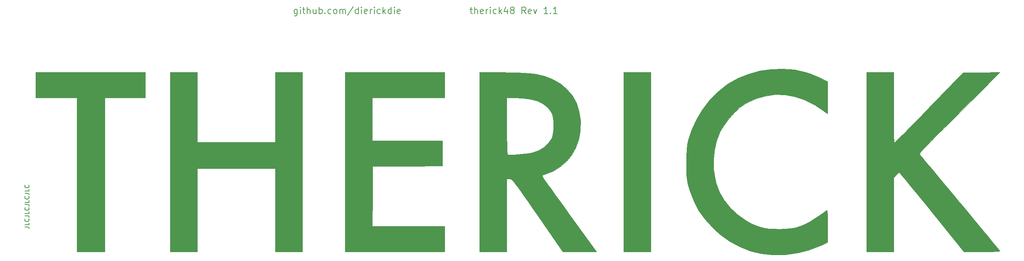
<source format=gbr>
G04 #@! TF.GenerationSoftware,KiCad,Pcbnew,(5.1.2-1)-1*
G04 #@! TF.CreationDate,2020-05-31T10:51:49-05:00*
G04 #@! TF.ProjectId,therick48_bottom_plate,74686572-6963-46b3-9438-5f626f74746f,rev?*
G04 #@! TF.SameCoordinates,Original*
G04 #@! TF.FileFunction,Legend,Top*
G04 #@! TF.FilePolarity,Positive*
%FSLAX46Y46*%
G04 Gerber Fmt 4.6, Leading zero omitted, Abs format (unit mm)*
G04 Created by KiCad (PCBNEW (5.1.2-1)-1) date 2020-05-31 10:51:49*
%MOMM*%
%LPD*%
G04 APERTURE LIST*
%ADD10C,0.200000*%
%ADD11C,0.150000*%
%ADD12C,0.010000*%
G04 APERTURE END LIST*
D10*
X110966820Y-37298472D02*
X110966820Y-38512758D01*
X110895392Y-38655615D01*
X110823963Y-38727043D01*
X110681106Y-38798472D01*
X110466820Y-38798472D01*
X110323963Y-38727043D01*
X110966820Y-38227043D02*
X110823963Y-38298472D01*
X110538249Y-38298472D01*
X110395392Y-38227043D01*
X110323963Y-38155615D01*
X110252535Y-38012758D01*
X110252535Y-37584186D01*
X110323963Y-37441329D01*
X110395392Y-37369901D01*
X110538249Y-37298472D01*
X110823963Y-37298472D01*
X110966820Y-37369901D01*
X111681106Y-38298472D02*
X111681106Y-37298472D01*
X111681106Y-36798472D02*
X111609678Y-36869901D01*
X111681106Y-36941329D01*
X111752535Y-36869901D01*
X111681106Y-36798472D01*
X111681106Y-36941329D01*
X112181106Y-37298472D02*
X112752535Y-37298472D01*
X112395392Y-36798472D02*
X112395392Y-38084186D01*
X112466820Y-38227043D01*
X112609678Y-38298472D01*
X112752535Y-38298472D01*
X113252535Y-38298472D02*
X113252535Y-36798472D01*
X113895392Y-38298472D02*
X113895392Y-37512758D01*
X113823963Y-37369901D01*
X113681106Y-37298472D01*
X113466820Y-37298472D01*
X113323963Y-37369901D01*
X113252535Y-37441329D01*
X115252535Y-37298472D02*
X115252535Y-38298472D01*
X114609678Y-37298472D02*
X114609678Y-38084186D01*
X114681106Y-38227043D01*
X114823963Y-38298472D01*
X115038249Y-38298472D01*
X115181106Y-38227043D01*
X115252535Y-38155615D01*
X115966820Y-38298472D02*
X115966820Y-36798472D01*
X115966820Y-37369901D02*
X116109678Y-37298472D01*
X116395392Y-37298472D01*
X116538249Y-37369901D01*
X116609678Y-37441329D01*
X116681106Y-37584186D01*
X116681106Y-38012758D01*
X116609678Y-38155615D01*
X116538249Y-38227043D01*
X116395392Y-38298472D01*
X116109678Y-38298472D01*
X115966820Y-38227043D01*
X117323963Y-38155615D02*
X117395392Y-38227043D01*
X117323963Y-38298472D01*
X117252535Y-38227043D01*
X117323963Y-38155615D01*
X117323963Y-38298472D01*
X118681106Y-38227043D02*
X118538249Y-38298472D01*
X118252535Y-38298472D01*
X118109678Y-38227043D01*
X118038249Y-38155615D01*
X117966820Y-38012758D01*
X117966820Y-37584186D01*
X118038249Y-37441329D01*
X118109678Y-37369901D01*
X118252535Y-37298472D01*
X118538249Y-37298472D01*
X118681106Y-37369901D01*
X119538249Y-38298472D02*
X119395392Y-38227043D01*
X119323963Y-38155615D01*
X119252535Y-38012758D01*
X119252535Y-37584186D01*
X119323963Y-37441329D01*
X119395392Y-37369901D01*
X119538249Y-37298472D01*
X119752535Y-37298472D01*
X119895392Y-37369901D01*
X119966820Y-37441329D01*
X120038249Y-37584186D01*
X120038249Y-38012758D01*
X119966820Y-38155615D01*
X119895392Y-38227043D01*
X119752535Y-38298472D01*
X119538249Y-38298472D01*
X120681106Y-38298472D02*
X120681106Y-37298472D01*
X120681106Y-37441329D02*
X120752535Y-37369901D01*
X120895392Y-37298472D01*
X121109678Y-37298472D01*
X121252535Y-37369901D01*
X121323963Y-37512758D01*
X121323963Y-38298472D01*
X121323963Y-37512758D02*
X121395392Y-37369901D01*
X121538249Y-37298472D01*
X121752535Y-37298472D01*
X121895392Y-37369901D01*
X121966820Y-37512758D01*
X121966820Y-38298472D01*
X123752535Y-36727043D02*
X122466820Y-38655615D01*
X124895392Y-38298472D02*
X124895392Y-36798472D01*
X124895392Y-38227043D02*
X124752535Y-38298472D01*
X124466820Y-38298472D01*
X124323963Y-38227043D01*
X124252535Y-38155615D01*
X124181106Y-38012758D01*
X124181106Y-37584186D01*
X124252535Y-37441329D01*
X124323963Y-37369901D01*
X124466820Y-37298472D01*
X124752535Y-37298472D01*
X124895392Y-37369901D01*
X125609677Y-38298472D02*
X125609677Y-37298472D01*
X125609677Y-36798472D02*
X125538249Y-36869901D01*
X125609677Y-36941329D01*
X125681106Y-36869901D01*
X125609677Y-36798472D01*
X125609677Y-36941329D01*
X126895392Y-38227043D02*
X126752535Y-38298472D01*
X126466820Y-38298472D01*
X126323963Y-38227043D01*
X126252535Y-38084186D01*
X126252535Y-37512758D01*
X126323963Y-37369901D01*
X126466820Y-37298472D01*
X126752535Y-37298472D01*
X126895392Y-37369901D01*
X126966820Y-37512758D01*
X126966820Y-37655615D01*
X126252535Y-37798472D01*
X127609678Y-38298472D02*
X127609678Y-37298472D01*
X127609678Y-37584186D02*
X127681106Y-37441329D01*
X127752535Y-37369901D01*
X127895392Y-37298472D01*
X128038249Y-37298472D01*
X128538249Y-38298472D02*
X128538249Y-37298472D01*
X128538249Y-36798472D02*
X128466820Y-36869901D01*
X128538249Y-36941329D01*
X128609678Y-36869901D01*
X128538249Y-36798472D01*
X128538249Y-36941329D01*
X129895392Y-38227043D02*
X129752535Y-38298472D01*
X129466820Y-38298472D01*
X129323963Y-38227043D01*
X129252535Y-38155615D01*
X129181106Y-38012758D01*
X129181106Y-37584186D01*
X129252535Y-37441329D01*
X129323963Y-37369901D01*
X129466820Y-37298472D01*
X129752535Y-37298472D01*
X129895392Y-37369901D01*
X130538249Y-38298472D02*
X130538249Y-36798472D01*
X130681106Y-37727043D02*
X131109678Y-38298472D01*
X131109678Y-37298472D02*
X130538249Y-37869901D01*
X132395392Y-38298472D02*
X132395392Y-36798472D01*
X132395392Y-38227043D02*
X132252535Y-38298472D01*
X131966820Y-38298472D01*
X131823963Y-38227043D01*
X131752535Y-38155615D01*
X131681106Y-38012758D01*
X131681106Y-37584186D01*
X131752535Y-37441329D01*
X131823963Y-37369901D01*
X131966820Y-37298472D01*
X132252535Y-37298472D01*
X132395392Y-37369901D01*
X133109678Y-38298472D02*
X133109678Y-37298472D01*
X133109678Y-36798472D02*
X133038249Y-36869901D01*
X133109678Y-36941329D01*
X133181106Y-36869901D01*
X133109678Y-36798472D01*
X133109678Y-36941329D01*
X134395392Y-38227043D02*
X134252535Y-38298472D01*
X133966820Y-38298472D01*
X133823963Y-38227043D01*
X133752535Y-38084186D01*
X133752535Y-37512758D01*
X133823963Y-37369901D01*
X133966820Y-37298472D01*
X134252535Y-37298472D01*
X134395392Y-37369901D01*
X134466820Y-37512758D01*
X134466820Y-37655615D01*
X133752535Y-37798472D01*
X150359578Y-37298472D02*
X150931006Y-37298472D01*
X150573863Y-36798472D02*
X150573863Y-38084186D01*
X150645292Y-38227043D01*
X150788149Y-38298472D01*
X150931006Y-38298472D01*
X151431006Y-38298472D02*
X151431006Y-36798472D01*
X152073863Y-38298472D02*
X152073863Y-37512758D01*
X152002435Y-37369901D01*
X151859578Y-37298472D01*
X151645292Y-37298472D01*
X151502435Y-37369901D01*
X151431006Y-37441329D01*
X153359578Y-38227043D02*
X153216720Y-38298472D01*
X152931006Y-38298472D01*
X152788149Y-38227043D01*
X152716720Y-38084186D01*
X152716720Y-37512758D01*
X152788149Y-37369901D01*
X152931006Y-37298472D01*
X153216720Y-37298472D01*
X153359578Y-37369901D01*
X153431006Y-37512758D01*
X153431006Y-37655615D01*
X152716720Y-37798472D01*
X154073863Y-38298472D02*
X154073863Y-37298472D01*
X154073863Y-37584186D02*
X154145292Y-37441329D01*
X154216720Y-37369901D01*
X154359578Y-37298472D01*
X154502435Y-37298472D01*
X155002435Y-38298472D02*
X155002435Y-37298472D01*
X155002435Y-36798472D02*
X154931006Y-36869901D01*
X155002435Y-36941329D01*
X155073863Y-36869901D01*
X155002435Y-36798472D01*
X155002435Y-36941329D01*
X156359578Y-38227043D02*
X156216720Y-38298472D01*
X155931006Y-38298472D01*
X155788149Y-38227043D01*
X155716720Y-38155615D01*
X155645292Y-38012758D01*
X155645292Y-37584186D01*
X155716720Y-37441329D01*
X155788149Y-37369901D01*
X155931006Y-37298472D01*
X156216720Y-37298472D01*
X156359578Y-37369901D01*
X157002435Y-38298472D02*
X157002435Y-36798472D01*
X157145292Y-37727043D02*
X157573863Y-38298472D01*
X157573863Y-37298472D02*
X157002435Y-37869901D01*
X158859578Y-37298472D02*
X158859578Y-38298472D01*
X158502435Y-36727043D02*
X158145292Y-37798472D01*
X159073863Y-37798472D01*
X159859578Y-37441329D02*
X159716720Y-37369901D01*
X159645292Y-37298472D01*
X159573863Y-37155615D01*
X159573863Y-37084186D01*
X159645292Y-36941329D01*
X159716720Y-36869901D01*
X159859578Y-36798472D01*
X160145292Y-36798472D01*
X160288149Y-36869901D01*
X160359578Y-36941329D01*
X160431006Y-37084186D01*
X160431006Y-37155615D01*
X160359578Y-37298472D01*
X160288149Y-37369901D01*
X160145292Y-37441329D01*
X159859578Y-37441329D01*
X159716720Y-37512758D01*
X159645292Y-37584186D01*
X159573863Y-37727043D01*
X159573863Y-38012758D01*
X159645292Y-38155615D01*
X159716720Y-38227043D01*
X159859578Y-38298472D01*
X160145292Y-38298472D01*
X160288149Y-38227043D01*
X160359578Y-38155615D01*
X160431006Y-38012758D01*
X160431006Y-37727043D01*
X160359578Y-37584186D01*
X160288149Y-37512758D01*
X160145292Y-37441329D01*
X163073863Y-38298472D02*
X162573863Y-37584186D01*
X162216720Y-38298472D02*
X162216720Y-36798472D01*
X162788149Y-36798472D01*
X162931006Y-36869901D01*
X163002435Y-36941329D01*
X163073863Y-37084186D01*
X163073863Y-37298472D01*
X163002435Y-37441329D01*
X162931006Y-37512758D01*
X162788149Y-37584186D01*
X162216720Y-37584186D01*
X164288149Y-38227043D02*
X164145292Y-38298472D01*
X163859578Y-38298472D01*
X163716720Y-38227043D01*
X163645292Y-38084186D01*
X163645292Y-37512758D01*
X163716720Y-37369901D01*
X163859578Y-37298472D01*
X164145292Y-37298472D01*
X164288149Y-37369901D01*
X164359578Y-37512758D01*
X164359578Y-37655615D01*
X163645292Y-37798472D01*
X164859578Y-37298472D02*
X165216720Y-38298472D01*
X165573863Y-37298472D01*
X168073863Y-38298472D02*
X167216720Y-38298472D01*
X167645292Y-38298472D02*
X167645292Y-36798472D01*
X167502435Y-37012758D01*
X167359578Y-37155615D01*
X167216720Y-37227043D01*
X168716720Y-38155615D02*
X168788149Y-38227043D01*
X168716720Y-38298472D01*
X168645292Y-38227043D01*
X168716720Y-38155615D01*
X168716720Y-38298472D01*
X170216720Y-38298472D02*
X169359578Y-38298472D01*
X169788149Y-38298472D02*
X169788149Y-36798472D01*
X169645292Y-37012758D01*
X169502435Y-37155615D01*
X169359578Y-37227043D01*
D11*
X48852250Y-87078830D02*
X49566536Y-87078830D01*
X49709393Y-87126449D01*
X49804631Y-87221687D01*
X49852250Y-87364544D01*
X49852250Y-87459783D01*
X49852250Y-86126449D02*
X49852250Y-86602640D01*
X48852250Y-86602640D01*
X49757012Y-85221687D02*
X49804631Y-85269306D01*
X49852250Y-85412163D01*
X49852250Y-85507402D01*
X49804631Y-85650259D01*
X49709393Y-85745497D01*
X49614155Y-85793116D01*
X49423679Y-85840735D01*
X49280822Y-85840735D01*
X49090346Y-85793116D01*
X48995108Y-85745497D01*
X48899870Y-85650259D01*
X48852250Y-85507402D01*
X48852250Y-85412163D01*
X48899870Y-85269306D01*
X48947489Y-85221687D01*
X48852250Y-84507402D02*
X49566536Y-84507402D01*
X49709393Y-84555021D01*
X49804631Y-84650259D01*
X49852250Y-84793116D01*
X49852250Y-84888354D01*
X49852250Y-83555021D02*
X49852250Y-84031211D01*
X48852250Y-84031211D01*
X49757012Y-82650259D02*
X49804631Y-82697878D01*
X49852250Y-82840735D01*
X49852250Y-82935973D01*
X49804631Y-83078830D01*
X49709393Y-83174068D01*
X49614155Y-83221687D01*
X49423679Y-83269306D01*
X49280822Y-83269306D01*
X49090346Y-83221687D01*
X48995108Y-83174068D01*
X48899870Y-83078830D01*
X48852250Y-82935973D01*
X48852250Y-82840735D01*
X48899870Y-82697878D01*
X48947489Y-82650259D01*
X48852250Y-81935973D02*
X49566536Y-81935973D01*
X49709393Y-81983592D01*
X49804631Y-82078830D01*
X49852250Y-82221687D01*
X49852250Y-82316925D01*
X49852250Y-80983592D02*
X49852250Y-81459783D01*
X48852250Y-81459783D01*
X49757012Y-80078830D02*
X49804631Y-80126449D01*
X49852250Y-80269306D01*
X49852250Y-80364544D01*
X49804631Y-80507402D01*
X49709393Y-80602640D01*
X49614155Y-80650259D01*
X49423679Y-80697878D01*
X49280822Y-80697878D01*
X49090346Y-80650259D01*
X48995108Y-80602640D01*
X48899870Y-80507402D01*
X48852250Y-80364544D01*
X48852250Y-80269306D01*
X48899870Y-80126449D01*
X48947489Y-80078830D01*
X48852250Y-79364544D02*
X49566536Y-79364544D01*
X49709393Y-79412163D01*
X49804631Y-79507402D01*
X49852250Y-79650259D01*
X49852250Y-79745497D01*
X49852250Y-78412163D02*
X49852250Y-78888354D01*
X48852250Y-78888354D01*
X49757012Y-77507402D02*
X49804631Y-77555021D01*
X49852250Y-77697878D01*
X49852250Y-77793116D01*
X49804631Y-77935973D01*
X49709393Y-78031211D01*
X49614155Y-78078830D01*
X49423679Y-78126449D01*
X49280822Y-78126449D01*
X49090346Y-78078830D01*
X48995108Y-78031211D01*
X48899870Y-77935973D01*
X48852250Y-77793116D01*
X48852250Y-77697878D01*
X48899870Y-77555021D01*
X48947489Y-77507402D01*
D12*
G36*
X246901429Y-59806428D02*
G01*
X246904383Y-61478072D01*
X246912837Y-63032105D01*
X246926177Y-64432210D01*
X246943790Y-65642067D01*
X246965064Y-66625357D01*
X246989383Y-67345760D01*
X247016136Y-67766957D01*
X247037500Y-67864645D01*
X247184557Y-67735144D01*
X247561854Y-67367063D01*
X248147423Y-66782698D01*
X248919299Y-66004348D01*
X249855516Y-65054310D01*
X250934106Y-63954882D01*
X252133104Y-62728361D01*
X253430542Y-61397045D01*
X254804456Y-59983231D01*
X254975000Y-59807461D01*
X262776429Y-51765632D01*
X266948619Y-51749244D01*
X271120809Y-51732857D01*
X261881567Y-60973431D01*
X260113816Y-62742420D01*
X258586687Y-64273443D01*
X257283440Y-65584331D01*
X256187337Y-66692913D01*
X255281638Y-67617019D01*
X254549605Y-68374478D01*
X253974499Y-68983120D01*
X253539580Y-69460775D01*
X253228110Y-69825271D01*
X253023350Y-70094440D01*
X252908561Y-70286109D01*
X252867003Y-70418109D01*
X252881938Y-70508270D01*
X252901520Y-70538564D01*
X253056489Y-70727180D01*
X253424894Y-71172760D01*
X253988341Y-71853126D01*
X254728438Y-72746099D01*
X255626789Y-73829502D01*
X256665002Y-75081157D01*
X257824682Y-76478884D01*
X259087436Y-78000507D01*
X260434870Y-79623848D01*
X261848591Y-81326727D01*
X262070637Y-81594161D01*
X263489267Y-83303415D01*
X264841451Y-84933908D01*
X266109138Y-86463793D01*
X267274276Y-87871226D01*
X268318814Y-89134360D01*
X269224700Y-90231349D01*
X269973883Y-91140346D01*
X270548310Y-91839507D01*
X270929931Y-92306985D01*
X271100694Y-92520934D01*
X271107416Y-92530456D01*
X271044449Y-92601034D01*
X270740363Y-92655196D01*
X270169268Y-92694258D01*
X269305277Y-92719539D01*
X268122501Y-92732356D01*
X267096065Y-92734619D01*
X262957857Y-92733523D01*
X255619568Y-83663190D01*
X254346099Y-82091205D01*
X253139362Y-80605585D01*
X252018732Y-79229925D01*
X251003586Y-77987819D01*
X250113298Y-76902863D01*
X249367244Y-75998651D01*
X248784799Y-75298777D01*
X248385338Y-74826836D01*
X248188238Y-74606423D01*
X248171230Y-74592857D01*
X247990246Y-74711834D01*
X247659160Y-75012818D01*
X247481305Y-75191137D01*
X246901429Y-75789417D01*
X246901429Y-92735714D01*
X240732857Y-92735714D01*
X240732857Y-51732857D01*
X246901429Y-51732857D01*
X246901429Y-59806428D01*
X246901429Y-59806428D01*
G37*
X246901429Y-59806428D02*
X246904383Y-61478072D01*
X246912837Y-63032105D01*
X246926177Y-64432210D01*
X246943790Y-65642067D01*
X246965064Y-66625357D01*
X246989383Y-67345760D01*
X247016136Y-67766957D01*
X247037500Y-67864645D01*
X247184557Y-67735144D01*
X247561854Y-67367063D01*
X248147423Y-66782698D01*
X248919299Y-66004348D01*
X249855516Y-65054310D01*
X250934106Y-63954882D01*
X252133104Y-62728361D01*
X253430542Y-61397045D01*
X254804456Y-59983231D01*
X254975000Y-59807461D01*
X262776429Y-51765632D01*
X266948619Y-51749244D01*
X271120809Y-51732857D01*
X261881567Y-60973431D01*
X260113816Y-62742420D01*
X258586687Y-64273443D01*
X257283440Y-65584331D01*
X256187337Y-66692913D01*
X255281638Y-67617019D01*
X254549605Y-68374478D01*
X253974499Y-68983120D01*
X253539580Y-69460775D01*
X253228110Y-69825271D01*
X253023350Y-70094440D01*
X252908561Y-70286109D01*
X252867003Y-70418109D01*
X252881938Y-70508270D01*
X252901520Y-70538564D01*
X253056489Y-70727180D01*
X253424894Y-71172760D01*
X253988341Y-71853126D01*
X254728438Y-72746099D01*
X255626789Y-73829502D01*
X256665002Y-75081157D01*
X257824682Y-76478884D01*
X259087436Y-78000507D01*
X260434870Y-79623848D01*
X261848591Y-81326727D01*
X262070637Y-81594161D01*
X263489267Y-83303415D01*
X264841451Y-84933908D01*
X266109138Y-86463793D01*
X267274276Y-87871226D01*
X268318814Y-89134360D01*
X269224700Y-90231349D01*
X269973883Y-91140346D01*
X270548310Y-91839507D01*
X270929931Y-92306985D01*
X271100694Y-92520934D01*
X271107416Y-92530456D01*
X271044449Y-92601034D01*
X270740363Y-92655196D01*
X270169268Y-92694258D01*
X269305277Y-92719539D01*
X268122501Y-92732356D01*
X267096065Y-92734619D01*
X262957857Y-92733523D01*
X255619568Y-83663190D01*
X254346099Y-82091205D01*
X253139362Y-80605585D01*
X252018732Y-79229925D01*
X251003586Y-77987819D01*
X250113298Y-76902863D01*
X249367244Y-75998651D01*
X248784799Y-75298777D01*
X248385338Y-74826836D01*
X248188238Y-74606423D01*
X248171230Y-74592857D01*
X247990246Y-74711834D01*
X247659160Y-75012818D01*
X247481305Y-75191137D01*
X246901429Y-75789417D01*
X246901429Y-92735714D01*
X240732857Y-92735714D01*
X240732857Y-51732857D01*
X246901429Y-51732857D01*
X246901429Y-59806428D01*
G36*
X191565714Y-92735714D02*
G01*
X185397143Y-92735714D01*
X185397143Y-51732857D01*
X191565714Y-51732857D01*
X191565714Y-92735714D01*
X191565714Y-92735714D01*
G37*
X191565714Y-92735714D02*
X185397143Y-92735714D01*
X185397143Y-51732857D01*
X191565714Y-51732857D01*
X191565714Y-92735714D01*
G36*
X157502500Y-51733368D02*
G01*
X159491420Y-51743496D01*
X161170534Y-51776475D01*
X162592432Y-51836871D01*
X163809703Y-51929249D01*
X164874938Y-52058172D01*
X165840726Y-52228207D01*
X166759657Y-52443917D01*
X167249408Y-52579405D01*
X169242546Y-53324894D01*
X170982015Y-54326749D01*
X172457926Y-55572572D01*
X173660389Y-57049960D01*
X174579516Y-58746512D01*
X175205416Y-60649828D01*
X175528200Y-62747505D01*
X175544266Y-62981156D01*
X175507829Y-65083491D01*
X175148165Y-67077798D01*
X174482034Y-68934212D01*
X173526193Y-70622868D01*
X172297404Y-72113898D01*
X170812426Y-73377438D01*
X169166709Y-74346127D01*
X168466551Y-74660047D01*
X167810292Y-74915484D01*
X167332174Y-75060505D01*
X167307066Y-75065515D01*
X166903507Y-75187169D01*
X166712377Y-75335195D01*
X166710000Y-75351142D01*
X166813811Y-75525574D01*
X167112762Y-75966838D01*
X167588126Y-76648631D01*
X168221178Y-77544653D01*
X168993193Y-78628600D01*
X169885445Y-79874172D01*
X170879208Y-81255066D01*
X171955758Y-82744980D01*
X172960244Y-84130237D01*
X179210489Y-92735714D01*
X175364173Y-92726417D01*
X171517857Y-92717119D01*
X165725321Y-84380702D01*
X164483640Y-82594461D01*
X163431038Y-81083419D01*
X162549863Y-79824566D01*
X161822464Y-78794894D01*
X161231190Y-77971394D01*
X160758388Y-77331057D01*
X160386408Y-76850874D01*
X160097598Y-76507836D01*
X159874306Y-76278933D01*
X159698880Y-76141158D01*
X159553670Y-76071501D01*
X159421024Y-76046953D01*
X159329964Y-76044286D01*
X158727143Y-76044286D01*
X158727143Y-92735714D01*
X152558572Y-92735714D01*
X152558572Y-63949047D01*
X158727143Y-63949047D01*
X158730867Y-65440646D01*
X158741457Y-66817056D01*
X158758038Y-68036229D01*
X158779738Y-69056115D01*
X158805683Y-69834667D01*
X158834998Y-70329835D01*
X158863214Y-70498125D01*
X159105184Y-70552914D01*
X159629783Y-70568276D01*
X160359533Y-70549359D01*
X161216954Y-70501313D01*
X162124568Y-70429288D01*
X163004896Y-70338432D01*
X163780458Y-70233895D01*
X164307692Y-70136276D01*
X165882941Y-69630647D01*
X167190792Y-68886237D01*
X168226184Y-67906686D01*
X168927093Y-66814521D01*
X169112644Y-66390784D01*
X169233658Y-65959714D01*
X169303241Y-65428615D01*
X169334495Y-64704793D01*
X169340714Y-63888571D01*
X169333839Y-62960644D01*
X169303020Y-62301379D01*
X169232966Y-61816686D01*
X169108387Y-61412475D01*
X168913993Y-60994654D01*
X168850705Y-60873276D01*
X168105203Y-59819015D01*
X167084784Y-58968558D01*
X165782313Y-58319032D01*
X164190659Y-57867565D01*
X162302686Y-57611283D01*
X160586786Y-57544901D01*
X158727143Y-57538571D01*
X158727143Y-63949047D01*
X152558572Y-63949047D01*
X152558572Y-51732857D01*
X157502500Y-51733368D01*
X157502500Y-51733368D01*
G37*
X157502500Y-51733368D02*
X159491420Y-51743496D01*
X161170534Y-51776475D01*
X162592432Y-51836871D01*
X163809703Y-51929249D01*
X164874938Y-52058172D01*
X165840726Y-52228207D01*
X166759657Y-52443917D01*
X167249408Y-52579405D01*
X169242546Y-53324894D01*
X170982015Y-54326749D01*
X172457926Y-55572572D01*
X173660389Y-57049960D01*
X174579516Y-58746512D01*
X175205416Y-60649828D01*
X175528200Y-62747505D01*
X175544266Y-62981156D01*
X175507829Y-65083491D01*
X175148165Y-67077798D01*
X174482034Y-68934212D01*
X173526193Y-70622868D01*
X172297404Y-72113898D01*
X170812426Y-73377438D01*
X169166709Y-74346127D01*
X168466551Y-74660047D01*
X167810292Y-74915484D01*
X167332174Y-75060505D01*
X167307066Y-75065515D01*
X166903507Y-75187169D01*
X166712377Y-75335195D01*
X166710000Y-75351142D01*
X166813811Y-75525574D01*
X167112762Y-75966838D01*
X167588126Y-76648631D01*
X168221178Y-77544653D01*
X168993193Y-78628600D01*
X169885445Y-79874172D01*
X170879208Y-81255066D01*
X171955758Y-82744980D01*
X172960244Y-84130237D01*
X179210489Y-92735714D01*
X175364173Y-92726417D01*
X171517857Y-92717119D01*
X165725321Y-84380702D01*
X164483640Y-82594461D01*
X163431038Y-81083419D01*
X162549863Y-79824566D01*
X161822464Y-78794894D01*
X161231190Y-77971394D01*
X160758388Y-77331057D01*
X160386408Y-76850874D01*
X160097598Y-76507836D01*
X159874306Y-76278933D01*
X159698880Y-76141158D01*
X159553670Y-76071501D01*
X159421024Y-76046953D01*
X159329964Y-76044286D01*
X158727143Y-76044286D01*
X158727143Y-92735714D01*
X152558572Y-92735714D01*
X152558572Y-63949047D01*
X158727143Y-63949047D01*
X158730867Y-65440646D01*
X158741457Y-66817056D01*
X158758038Y-68036229D01*
X158779738Y-69056115D01*
X158805683Y-69834667D01*
X158834998Y-70329835D01*
X158863214Y-70498125D01*
X159105184Y-70552914D01*
X159629783Y-70568276D01*
X160359533Y-70549359D01*
X161216954Y-70501313D01*
X162124568Y-70429288D01*
X163004896Y-70338432D01*
X163780458Y-70233895D01*
X164307692Y-70136276D01*
X165882941Y-69630647D01*
X167190792Y-68886237D01*
X168226184Y-67906686D01*
X168927093Y-66814521D01*
X169112644Y-66390784D01*
X169233658Y-65959714D01*
X169303241Y-65428615D01*
X169334495Y-64704793D01*
X169340714Y-63888571D01*
X169333839Y-62960644D01*
X169303020Y-62301379D01*
X169232966Y-61816686D01*
X169108387Y-61412475D01*
X168913993Y-60994654D01*
X168850705Y-60873276D01*
X168105203Y-59819015D01*
X167084784Y-58968558D01*
X165782313Y-58319032D01*
X164190659Y-57867565D01*
X162302686Y-57611283D01*
X160586786Y-57544901D01*
X158727143Y-57538571D01*
X158727143Y-63949047D01*
X152558572Y-63949047D01*
X152558572Y-51732857D01*
X157502500Y-51733368D01*
G36*
X144575714Y-57538571D02*
G01*
X128065714Y-57538571D01*
X128065714Y-67335714D01*
X144031429Y-67335714D01*
X144031429Y-73137614D01*
X136093929Y-73184878D01*
X128156429Y-73232143D01*
X128108890Y-80081071D01*
X128061351Y-86930000D01*
X144575714Y-86930000D01*
X144575714Y-92735714D01*
X121897143Y-92735714D01*
X121897143Y-51732857D01*
X144575714Y-51732857D01*
X144575714Y-57538571D01*
X144575714Y-57538571D01*
G37*
X144575714Y-57538571D02*
X128065714Y-57538571D01*
X128065714Y-67335714D01*
X144031429Y-67335714D01*
X144031429Y-73137614D01*
X136093929Y-73184878D01*
X128156429Y-73232143D01*
X128108890Y-80081071D01*
X128061351Y-86930000D01*
X144575714Y-86930000D01*
X144575714Y-92735714D01*
X121897143Y-92735714D01*
X121897143Y-51732857D01*
X144575714Y-51732857D01*
X144575714Y-57538571D01*
G36*
X88151429Y-67698571D02*
G01*
X105931429Y-67698571D01*
X105931429Y-51732857D01*
X112100000Y-51732857D01*
X112100000Y-92735714D01*
X105931429Y-92735714D01*
X105931429Y-73685714D01*
X88151429Y-73685714D01*
X88151429Y-92735714D01*
X81982857Y-92735714D01*
X81982857Y-51732857D01*
X88151429Y-51732857D01*
X88151429Y-67698571D01*
X88151429Y-67698571D01*
G37*
X88151429Y-67698571D02*
X105931429Y-67698571D01*
X105931429Y-51732857D01*
X112100000Y-51732857D01*
X112100000Y-92735714D01*
X105931429Y-92735714D01*
X105931429Y-73685714D01*
X88151429Y-73685714D01*
X88151429Y-92735714D01*
X81982857Y-92735714D01*
X81982857Y-51732857D01*
X88151429Y-51732857D01*
X88151429Y-67698571D01*
G36*
X76358572Y-57538571D02*
G01*
X67105714Y-57538571D01*
X67105714Y-92735714D01*
X60755714Y-92735714D01*
X60755714Y-57538571D01*
X51321429Y-57538571D01*
X51321429Y-51732857D01*
X76358572Y-51732857D01*
X76358572Y-57538571D01*
X76358572Y-57538571D01*
G37*
X76358572Y-57538571D02*
X67105714Y-57538571D01*
X67105714Y-92735714D01*
X60755714Y-92735714D01*
X60755714Y-57538571D01*
X51321429Y-57538571D01*
X51321429Y-51732857D01*
X76358572Y-51732857D01*
X76358572Y-57538571D01*
G36*
X224322095Y-51134986D02*
G01*
X226878146Y-51690919D01*
X227397857Y-51848559D01*
X227956927Y-52051896D01*
X228722120Y-52363197D01*
X229572931Y-52732384D01*
X230073929Y-52960637D01*
X231842857Y-53783317D01*
X231842857Y-61201908D01*
X230981072Y-60551043D01*
X228851907Y-59136255D01*
X226662874Y-58052660D01*
X224437020Y-57302484D01*
X222197395Y-56887953D01*
X219967048Y-56811292D01*
X217769029Y-57074727D01*
X215626387Y-57680482D01*
X213562172Y-58630784D01*
X213206880Y-58834949D01*
X211875120Y-59772582D01*
X210544707Y-60979887D01*
X209292844Y-62371695D01*
X208196738Y-63862841D01*
X207392218Y-65249286D01*
X206606289Y-67193891D01*
X206084895Y-69314256D01*
X205834187Y-71531379D01*
X205860317Y-73766261D01*
X206169435Y-75939900D01*
X206469253Y-77103607D01*
X207253011Y-79089148D01*
X208346788Y-80976141D01*
X209704306Y-82710948D01*
X211279284Y-84239932D01*
X213025441Y-85509454D01*
X214335000Y-86219797D01*
X215487526Y-86728710D01*
X216506615Y-87093244D01*
X217498750Y-87335393D01*
X218570416Y-87477148D01*
X219828094Y-87540504D01*
X220775714Y-87550065D01*
X222155621Y-87521868D01*
X223374037Y-87422424D01*
X224487531Y-87229453D01*
X225552670Y-86920677D01*
X226626022Y-86473817D01*
X227764153Y-85866594D01*
X229023632Y-85076729D01*
X230461026Y-84081943D01*
X231504250Y-83324656D01*
X231617479Y-83255330D01*
X231702181Y-83265341D01*
X231762489Y-83397472D01*
X231802537Y-83694505D01*
X231826460Y-84199221D01*
X231838392Y-84954403D01*
X231842465Y-86002833D01*
X231842857Y-86828925D01*
X231842857Y-90582109D01*
X230346072Y-91283291D01*
X227709545Y-92324294D01*
X224968863Y-93036038D01*
X222170333Y-93412061D01*
X219360262Y-93445899D01*
X216818626Y-93171609D01*
X214244965Y-92557764D01*
X211781177Y-91600603D01*
X209438218Y-90305923D01*
X207227046Y-88679523D01*
X205709170Y-87292857D01*
X203945845Y-85346523D01*
X202507019Y-83322462D01*
X201354532Y-81154971D01*
X200450226Y-78778350D01*
X200132152Y-77690527D01*
X199964268Y-77036090D01*
X199841464Y-76452591D01*
X199756576Y-75862316D01*
X199702441Y-75187552D01*
X199671895Y-74350583D01*
X199657774Y-73273697D01*
X199654280Y-72506428D01*
X199669993Y-70868251D01*
X199737840Y-69499903D01*
X199873188Y-68310225D01*
X200091400Y-67208057D01*
X200407841Y-66102239D01*
X200837878Y-64901613D01*
X201010189Y-64461902D01*
X202022083Y-62332171D01*
X203327155Y-60237255D01*
X204865564Y-58251207D01*
X206577466Y-56448079D01*
X208403018Y-54901926D01*
X209178214Y-54354312D01*
X211426376Y-53072193D01*
X213852308Y-52079024D01*
X216405429Y-51381762D01*
X219035155Y-50987364D01*
X221690904Y-50902787D01*
X224322095Y-51134986D01*
X224322095Y-51134986D01*
G37*
X224322095Y-51134986D02*
X226878146Y-51690919D01*
X227397857Y-51848559D01*
X227956927Y-52051896D01*
X228722120Y-52363197D01*
X229572931Y-52732384D01*
X230073929Y-52960637D01*
X231842857Y-53783317D01*
X231842857Y-61201908D01*
X230981072Y-60551043D01*
X228851907Y-59136255D01*
X226662874Y-58052660D01*
X224437020Y-57302484D01*
X222197395Y-56887953D01*
X219967048Y-56811292D01*
X217769029Y-57074727D01*
X215626387Y-57680482D01*
X213562172Y-58630784D01*
X213206880Y-58834949D01*
X211875120Y-59772582D01*
X210544707Y-60979887D01*
X209292844Y-62371695D01*
X208196738Y-63862841D01*
X207392218Y-65249286D01*
X206606289Y-67193891D01*
X206084895Y-69314256D01*
X205834187Y-71531379D01*
X205860317Y-73766261D01*
X206169435Y-75939900D01*
X206469253Y-77103607D01*
X207253011Y-79089148D01*
X208346788Y-80976141D01*
X209704306Y-82710948D01*
X211279284Y-84239932D01*
X213025441Y-85509454D01*
X214335000Y-86219797D01*
X215487526Y-86728710D01*
X216506615Y-87093244D01*
X217498750Y-87335393D01*
X218570416Y-87477148D01*
X219828094Y-87540504D01*
X220775714Y-87550065D01*
X222155621Y-87521868D01*
X223374037Y-87422424D01*
X224487531Y-87229453D01*
X225552670Y-86920677D01*
X226626022Y-86473817D01*
X227764153Y-85866594D01*
X229023632Y-85076729D01*
X230461026Y-84081943D01*
X231504250Y-83324656D01*
X231617479Y-83255330D01*
X231702181Y-83265341D01*
X231762489Y-83397472D01*
X231802537Y-83694505D01*
X231826460Y-84199221D01*
X231838392Y-84954403D01*
X231842465Y-86002833D01*
X231842857Y-86828925D01*
X231842857Y-90582109D01*
X230346072Y-91283291D01*
X227709545Y-92324294D01*
X224968863Y-93036038D01*
X222170333Y-93412061D01*
X219360262Y-93445899D01*
X216818626Y-93171609D01*
X214244965Y-92557764D01*
X211781177Y-91600603D01*
X209438218Y-90305923D01*
X207227046Y-88679523D01*
X205709170Y-87292857D01*
X203945845Y-85346523D01*
X202507019Y-83322462D01*
X201354532Y-81154971D01*
X200450226Y-78778350D01*
X200132152Y-77690527D01*
X199964268Y-77036090D01*
X199841464Y-76452591D01*
X199756576Y-75862316D01*
X199702441Y-75187552D01*
X199671895Y-74350583D01*
X199657774Y-73273697D01*
X199654280Y-72506428D01*
X199669993Y-70868251D01*
X199737840Y-69499903D01*
X199873188Y-68310225D01*
X200091400Y-67208057D01*
X200407841Y-66102239D01*
X200837878Y-64901613D01*
X201010189Y-64461902D01*
X202022083Y-62332171D01*
X203327155Y-60237255D01*
X204865564Y-58251207D01*
X206577466Y-56448079D01*
X208403018Y-54901926D01*
X209178214Y-54354312D01*
X211426376Y-53072193D01*
X213852308Y-52079024D01*
X216405429Y-51381762D01*
X219035155Y-50987364D01*
X221690904Y-50902787D01*
X224322095Y-51134986D01*
M02*

</source>
